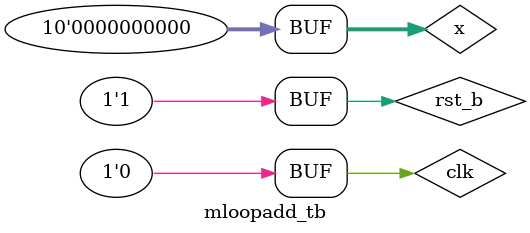
<source format=v>
module mloopadd(
    input clk, rst_b, 
    input [9:0] x, 
    output [15:0] a
    );

integer count = 0;
wire [9:0] xo;

rgst #(.w(10)) rt(.clk(clk), .rst_b(rst_b), .ld(1'd1), .clr(1'd0), .d(x), .q(xo));
rgst #(.w(16)) rb(.clk(clk), .rst_b(rst_b), .ld(1'd1), .clr(1'd0), .d(a + xo), .q(a));

endmodule

module mloopadd_tb;

    reg clk, rst_b;
    reg [9:0] x;
    wire [15:0] sum;


    mloopadd dut(.clk(clk), .rst_b(rst_b), .x(x), .a(sum));

    localparam CLK_PERIOD = 100;
    localparam RUN_CYCLES = 220;
    localparam RST_PULSE = 20;

    initial begin
        rst_b = 0;
        #RST_PULSE
        rst_b = 1;
    end

    initial begin 
        clk = 0;
        repeat (RUN_CYCLES * 2) #(CLK_PERIOD/2) clk = 1-clk; 
    end

    initial begin
        x = 1;
        repeat(198) begin
            #CLK_PERIOD x = x + 3; 
        end
        #CLK_PERIOD x = 0; 
    end


endmodule
</source>
